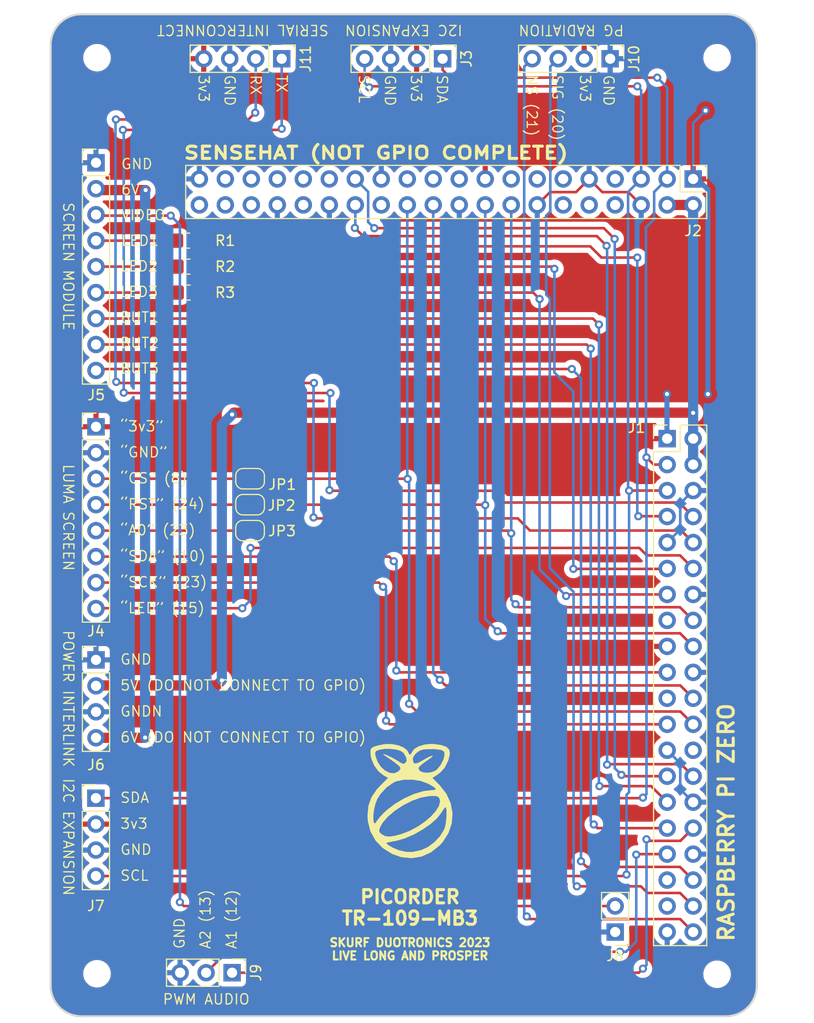
<source format=kicad_pcb>
(kicad_pcb (version 20221018) (generator pcbnew)
  (title_block (title "Picorder 1 - TR108 - Mainboard") (date "2021-02-09") (rev "1") (company "Skurf Duotronics"))
  (layers (0 "F.Cu" signal) (31 "B.Cu" signal) (34 "B.Paste" user) (35 "F.Paste" user) (36 "B.SilkS" user "B.Silkscreen") (37 "F.SilkS" user "F.Silkscreen") (38 "B.Mask" user) (39 "F.Mask" user) (44 "Edge.Cuts" user))
  (net 0 "")
  (net 1 "GND")
  (net 2 "8")
  (net 3 "25")
  (net 4 "24")
  (net 5 "5V")
  (net 6 "23")
  (net 7 "3v3")
  (net 8 "Net-(J1-GCLK0{slash}GPIO4)")
  (net 9 "TX")
  (net 10 "button2")
  (net 11 "button1")
  (net 12 "RX")
  (net 13 "Net-(J1-GPIO17)")
  (net 14 "Net-(J1-GPIO27)")
  (net 15 "LED3")
  (net 17 "LED2")
  (net 19 "LED1")
  (net 40 "button3")
  (net 41 "VIDEO")
  (net 42 "6V")
  (net 46 "SC_LED")
  (net 47 "SCL")
  (net 48 "SDA")
  (net 49 "SC_SCK")
  (net 50 "SC_SDA")
  (net 51 "SC_A0")
  (net 52 "SC_RESET")
  (net 53 "SC_CS")
  (net 54 "audio2")
  (net 55 "audio1")
  (net 56 "ID_SC")
  (net 57 "ID_SD")
  (net 58 "NS")
  (net 59 "SIG")
  (footprint "Connector_PinHeader_2.54mm:PinHeader_2x20_P2.54mm_Vertical" (layer "F.Cu") (at 160.02 86.36)
    (fp_text reference "J1")
    (fp_text value "Raspberry Pi Zero")
  )
  (footprint "Connector_PinHeader_2.54mm:PinHeader_1x02_P2.54mm_Vertical" (layer "F.Cu") (at 154.94 134.62 180)
    (fp_text reference "J8")
    (fp_text value "Composite Video")
  )
  (footprint "Resistor_SMD:R_0805_2012Metric_Pad1.20x1.40mm_HandSolder" (layer "F.Cu") (at 113.1623 69.535 180)
    (fp_text reference "R2")
    (fp_text value "R")
  )
  (footprint "Resistor_SMD:R_0805_2012Metric_Pad1.20x1.40mm_HandSolder" (layer "F.Cu") (at 113.1858 72.075 180)
    (fp_text reference "R3")
    (fp_text value "R")
  )
  (footprint "Resistor_SMD:R_0805_2012Metric_Pad1.20x1.40mm_HandSolder" (layer "F.Cu") (at 113.1242 66.995)
    (fp_text reference "R1")
    (fp_text value "R")
  )
  (footprint "Connector_PinHeader_2.54mm:PinHeader_1x04_P2.54mm_Vertical" (layer "F.Cu") (at 104.2 108)
    (fp_text reference "J6")
    (fp_text value "power connector")
  )
  (footprint "Jumper:SolderJumper-2_P1.3mm_Open_RoundedPad1.0x1.5mm" (layer "F.Cu") (at 119.25816 90.28 180)
    (fp_text reference "JP1")
    (fp_text value "SolderJumper_2_Open")
  )
  (footprint "Jumper:SolderJumper-2_P1.3mm_Open_RoundedPad1.0x1.5mm" (layer "F.Cu") (at 119.25376 95.36 180)
    (fp_text reference "JP3")
    (fp_text value "SolderJumper_2_Open")
  )
  (footprint "Jumper:SolderJumper-2_P1.3mm_Open_RoundedPad1.0x1.5mm" (layer "F.Cu") (at 119.25816 92.82 180)
    (fp_text reference "JP2")
    (fp_text value "SolderJumper_2_Open")
  )
  (footprint "Connector_PinHeader_2.54mm:PinHeader_1x09_P2.54mm_Vertical" (layer "F.Cu") (at 104.2 59.375)
    (fp_text reference "J5")
    (fp_text value "front panel connector")
  )
  (footprint "Connector_PinHeader_2.54mm:PinHeader_1x04_P2.54mm_Vertical" (layer "F.Cu") (at 104.1908 121.5263)
    (fp_text reference "J7")
    (fp_text value "i2c Expansion")
  )
  (footprint "Connector_PinHeader_2.54mm:PinHeader_1x04_P2.54mm_Vertical" (layer "F.Cu") (at 138.074238 49.2 -90)
    (fp_text reference "J3")
    (fp_text value "i2c Expansion")
  )
  (footprint "Logos:Untitled" (layer "F.Cu") (at 134.87745 121.715)
    (fp_text reference "G***" hide)
    (fp_text value "Picorder Logo" hide)
  )
  (footprint "Connector_PinHeader_2.54mm:PinHeader_1x08_P2.54mm_Vertical" (layer "F.Cu") (at 104.2 85.2)
    (fp_text reference "J4")
    (fp_text value "Conn_01x08_Female")
  )
  (footprint "Connector_PinHeader_2.54mm:PinHeader_1x03_P2.54mm_Vertical" (layer "F.Cu") (at 117.5 138.6 -90)
    (fp_text reference "J9")
    (fp_text value "Audio Out")
  )
  (footprint "Connector_PinHeader_2.54mm:PinHeader_2x20_P2.54mm_Vertical" (layer "F.Cu") (at 162.56 60.96 -90)
    (fp_text reference "J2")
    (fp_text value "Sense Hat")
  )
  (footprint "MountingHole:MountingHole_2.2mm_M2" (layer "F.Cu") (at 164.9 49.1)
    (fp_text reference "REF**" hide)
    (fp_text value "MountingHole_2.2mm_M2")
  )
  (footprint "MountingHole:MountingHole_2.2mm_M2" (layer "F.Cu") (at 104.3 49.1)
    (fp_text reference "REF**" hide)
    (fp_text value "MountingHole_2.2mm_M2")
  )
  (footprint "MountingHole:MountingHole_2.2mm_M2" (layer "F.Cu") (at 104.3 138.7)
    (fp_text reference "REF**" hide)
    (fp_text value "MountingHole_2.2mm_M2")
  )
  (footprint "MountingHole:MountingHole_2.2mm_M2" (layer "F.Cu") (at 164.9 138.75)
    (fp_text reference "REF**" hide)
    (fp_text value "MountingHole_2.2mm_M2")
  )
  (footprint "Connector_PinHeader_2.54mm:PinHeader_1x04_P2.54mm_Vertical" (layer "F.Cu") (at 154.45 49.2 -90)
    (fp_text reference "J10")
    (fp_text value "PG GPIO")
  )
  (footprint "Connector_PinHeader_2.54mm:PinHeader_1x04_P2.54mm_Vertical" (layer "F.Cu") (at 122.35 49.2 -90)
    (fp_text reference "J11")
    (fp_text value "Serial Interlink")
  )
  (gr_line (start 165.774238 44.855833) (end 102.774238 44.855833) (stroke (width 0.2)) (layer "Edge.Cuts"))
  (gr_line (start 99.774238 47.855833) (end 99.774238 139.855833) (stroke (width 0.2)) (layer "Edge.Cuts"))
  (gr_arc (start 102.774238 142.855833) (mid 100.652918 141.977153) (end 99.774238 139.855833) (stroke (width 0.2)) (layer "Edge.Cuts"))
  (gr_line (start 102.774238 142.855833) (end 165.774238 142.855833) (stroke (width 0.2)) (layer "Edge.Cuts"))
  (gr_arc (start 168.774238 139.855833) (mid 167.895558 141.977153) (end 165.774238 142.855833) (stroke (width 0.2)) (layer "Edge.Cuts"))
  (gr_arc (start 165.774238 44.855833) (mid 167.895558 45.734513) (end 168.774238 47.855833) (stroke (width 0.2)) (layer "Edge.Cuts"))
  (gr_arc (start 99.774238 47.855833) (mid 100.652918 45.734513) (end 102.774238 44.855833) (stroke (width 0.2)) (layer "Edge.Cuts"))
  (gr_line (start 168.774238 139.855833) (end 168.774238 47.855833) (stroke (width 0.2)) (layer "Edge.Cuts"))
  (gr_text "SENSEHAT (NOT GPIO COMPLETE)" (at 131.57 58.41) (layer "F.SilkS") (effects (font (size 1.2 1.5) (thickness 0.3))))
  (gr_text "RASPBERRY PI ZERO" (at 165.8 123.9 90) (layer "F.SilkS") (effects (font (size 1.5 1.5) (thickness 0.3))))
  (gr_text "GND" (at 106.58631 59.5) (layer "F.SilkS") (effects (font (size 1 1) (thickness 0.125)) (justify left)))
  (gr_text "6V" (at 106.58631 62) (layer "F.SilkS") (effects (font (size 1 1) (thickness 0.125)) (justify left)))
  (gr_text "VIDEO" (at 106.58631 64.5) (layer "F.SilkS") (effects (font (size 1 1) (thickness 0.125)) (justify left)))
  (gr_text "LED1" (at 106.58631 67) (layer "F.SilkS") (effects (font (size 1 1) (thickness 0.125)) (justify left)))
  (gr_text "LED2" (at 106.5 69.5) (layer "F.SilkS") (effects (font (size 1 1) (thickness 0.125)) (justify left)))
  (gr_text "LED3" (at 106.5 72) (layer "F.SilkS") (effects (font (size 1 1) (thickness 0.125)) (justify left)))
  (gr_text "BUT1" (at 106.5 74.5) (layer "F.SilkS") (effects (font (size 1 1) (thickness 0.125)) (justify left)))
  (gr_text "BUT2" (at 106.5 77) (layer "F.SilkS") (effects (font (size 1 1) (thickness 0.125)) (justify left)))
  (gr_text "BUT3" (at 106.5 79.5) (layer "F.SilkS") (effects (font (size 1 1) (thickness 0.125)) (justify left)))
  (gr_text "GND" (at 106.5 107.95375) (layer "F.SilkS") (effects (font (size 1 1) (thickness 0.125)) (justify left)))
  (gr_text "5V (DO NOT CONNECT TO GPIO)" (at 106.5 110.49375) (layer "F.SilkS") (effects (font (size 1 1) (thickness 0.125)) (justify left)))
  (gr_text "GNDN" (at 106.5 113.03375) (layer "F.SilkS") (effects (font (size 1 1) (thickness 0.125)) (justify left)))
  (gr_text "6V (DO NOT CONNECT TO GPIO)" (at 106.5 115.57375) (layer "F.SilkS") (effects (font (size 1 1) (thickness 0.125)) (justify left)))
  (gr_text "SDA" (at 106.5 121.48005) (layer "F.SilkS") (effects (font (size 1 1) (thickness 0.125)) (justify left)))
  (gr_text "3v3" (at 106.5 124.02005) (layer "F.SilkS") (effects (font (size 1 1) (thickness 0.125)) (justify left)))
  (gr_text "GND" (at 106.5 126.56005) (layer "F.SilkS") (effects (font (size 1 1) (thickness 0.125)) (justify left)))
  (gr_text "SCL" (at 106.5 129.10005) (layer "F.SilkS") (effects (font (size 1 1) (thickness 0.125)) (justify left)))
  (gr_text "I2C EXPANSION" (at 101.5 125.3263 -90) (layer "F.SilkS") (effects (font (size 1 1) (thickness 0.125))))
  (gr_text "SCREEN MODULE" (at 101.5 69.525 270) (layer "F.SilkS") (effects (font (size 1 1) (thickness 0.125))))
  (gr_text locked "PICORDER\nTR-109-MB3" (at 134.8875 132.23) (layer "F.SilkS") (effects (font (size 1.3 1.3) (thickness 0.3))))
  (gr_text locked "SKURF DUOTRONICS 2023\nLIVE LONG AND PROSPER" (at 134.8875 136.3) (layer "F.SilkS") (effects (font (size 0.8 0.8) (thickness 0.2))))
  (gr_text "SDA" (at 138.01995 50.7 -90) (layer "F.SilkS") (effects (font (size 1 1) (thickness 0.125)) (justify left)))
  (gr_text "3v3" (at 135.47995 50.7 -90) (layer "F.SilkS") (effects (font (size 1 1) (thickness 0.125)) (justify left)))
  (gr_text "GND" (at 132.93995 50.7 -90) (layer "F.SilkS") (effects (font (size 1 1) (thickness 0.125)) (justify left)))
  (gr_text "SCL" (at 130.39995 50.7 -90) (layer "F.SilkS") (effects (font (size 1 1) (thickness 0.125)) (justify left)))
  (gr_text "I2C EXPANSION" (at 134.274238 46.4 180) (layer "F.SilkS") (effects (font (size 1 1) (thickness 0.125))))
  (gr_text "“LED” (15)" (at 106.5 102.93375) (layer "F.SilkS") (effects (font (size 1 1) (thickness 0.125)) (justify left)))
  (gr_text "“SCK” (23)" (at 106.5 100.39375) (layer "F.SilkS") (effects (font (size 1 1) (thickness 0.125)) (justify left)))
  (gr_text "“SDA” (10)" (at 106.5 97.85375) (layer "F.SilkS") (effects (font (size 1 1) (thickness 0.125)) (justify left)))
  (gr_text "“A0” (23)\n" (at 106.5 95.31375) (layer "F.SilkS") (effects (font (size 1 1) (thickness 0.125)) (justify left)))
  (gr_text "“RST” (24)" (at 106.5 92.77375) (layer "F.SilkS") (effects (font (size 1 1) (thickness 0.125)) (justify left)))
  (gr_text "“CS” (8)" (at 106.5 90.23375) (layer "F.SilkS") (effects (font (size 1 1) (thickness 0.125)) (justify left)))
  (gr_text "“GND”" (at 106.5 87.69375) (layer "F.SilkS") (effects (font (size 1 1) (thickness 0.125)) (justify left)))
  (gr_text "“3v3”\n" (at 106.5 85.15375) (layer "F.SilkS") (effects (font (size 1 1) (thickness 0.125)) (justify left)))
  (gr_text "LUMA SCREEN" (at 101.5 94.075 -90) (layer "F.SilkS") (effects (font (size 1 1) (thickness 0.125))))
  (gr_text "POWER INTERLINK" (at 101.5 111.8 -90) (layer "F.SilkS") (effects (font (size 1 1) (thickness 0.125))))
  (gr_text "PWM AUDIO" (at 114.975 141.2) (layer "F.SilkS") (effects (font (size 1 1) (thickness 0.125))))
  (gr_text "GND" (at 112.35875 136.35 90) (layer "F.SilkS") (effects (font (size 1 1) (thickness 0.125)) (justify left)))
  (gr_text "A2 (13)" (at 114.89875 136.35 90) (layer "F.SilkS") (effects (font (size 1 1) (thickness 0.125)) (justify left)))
  (gr_text "A1 (12)" (at 117.43875 136.35 90) (layer "F.SilkS") (effects (font (size 1 1) (thickness 0.125)) (justify left)))
  (gr_text "PG RADIATION" (at 150.65 46.4 180) (layer "F.SilkS") (effects (font (size 1 1) (thickness 0.125))))
  (gr_text "NS (21)" (at 146.8 50.7 -90) (layer "F.SilkS") (effects (font (size 1 1) (thickness 0.125)) (justify left)))
  (gr_text "SIG (20)\n" (at 149.3 50.7 -90) (layer "F.SilkS") (effects (font (size 1 1) (thickness 0.125)) (justify left)))
  (gr_text "3v3" (at 152 50.7 -90) (layer "F.SilkS") (effects (font (size 1 1) (thickness 0.125)) (justify left)))
  (gr_text "GND\n" (at 154.3 50.7 -90) (layer "F.SilkS") (effects (font (size 1 1) (thickness 0.125)) (justify left)))
  (gr_text "3v3" (at 114.73 50.7 270) (layer "F.SilkS") (effects (font (size 1 1) (thickness 0.125)) (justify left)))
  (gr_text "TX" (at 122.35 50.7 270) (layer "F.SilkS") (effects (font (size 1 1) (thickness 0.125)) (justify left)))
  (gr_text "SERIAL INTERCONNECT" (at 118.55 46.4 180) (layer "F.SilkS") (effects (font (size 1 1) (thickness 0.125))))
  (gr_text "RX" (at 119.81 50.7 270) (layer "F.SilkS") (effects (font (size 1 1) (thickness 0.125)) (justify left)))
  (gr_text "GND" (at 117.27 50.7 270) (layer "F.SilkS") (effects (font (size 1 1) (thickness 0.125)) (justify left)))
  (segment (start 153.69 62.25) (end 152.4 60.96) (width 0.25) (layer "F.Cu") (net 1))
  (segment (start 157.48 63.5) (end 156.23 62.25) (width 0.25) (layer "F.Cu") (net 1))
  (segment (start 156.23 62.25) (end 153.69 62.25) (width 0.25) (layer "F.Cu") (net 1))
  (segment (start 148.57 62.25) (end 147.32 63.5) (width 0.25) (layer "F.Cu") (net 1))
  (segment (start 152.4 60.96) (end 151.11 62.25) (width 0.25) (layer "F.Cu") (net 1))
  (segment (start 151.11 62.25) (end 148.57 62.25) (width 0.25) (layer "F.Cu") (net 1))
  (segment (start 162.56 121.92) (end 161.3 120.66) (width 0.25) (layer "B.Cu") (net 1))
  (segment (start 161.3 120.66) (end 161.3 118.12) (width 0.25) (layer "B.Cu") (net 1))
  (segment (start 160.02 96.52) (end 161.3 95.24) (width 0.25) (layer "B.Cu") (net 1))
  (segment (start 161.3 92.7) (end 162.56 91.44) (width 0.25) (layer "B.Cu") (net 1))
  (segment (start 161.3 118.12) (end 160.02 116.84) (width 0.25) (layer "B.Cu") (net 1))
  (segment (start 161.3 95.24) (end 161.3 92.7) (width 0.25) (layer "B.Cu") (net 1))
  (segment (start 119.90816 90.28) (end 134.63 90.28) (width 0.25) (layer "F.Cu") (net 2))
  (segment (start 161.31 113.05) (end 162.56 114.3) (width 0.25) (layer "F.Cu") (net 2))
  (segment (start 134.63 90.28) (end 134.65 90.3) (width 0.25) (layer "F.Cu") (net 2))
  (segment (start 135.55 113.05) (end 161.31 113.05) (width 0.25) (layer "F.Cu") (net 2))
  (segment (start 134.8 112.3) (end 135.55 113.05) (width 0.25) (layer "F.Cu") (net 2))
  (via (at 134.65 90.3) (size 0.8) (drill 0.4) (layers "F.Cu" "B.Cu") (net 2))
  (via (at 134.8 112.3) (size 0.8) (drill 0.4) (layers "F.Cu" "B.Cu") (net 2))
  (segment (start 134.62 90.27) (end 134.65 90.3) (width 0.25) (layer "B.Cu") (net 2))
  (segment (start 134.8 112.3) (end 134.8 90.45) (width 0.25) (layer "B.Cu") (net 2))
  (segment (start 134.8 90.45) (end 134.65 90.3) (width 0.25) (layer "B.Cu") (net 2))
  (segment (start 134.62 63.5) (end 134.62 90.27) (width 0.25) (layer "B.Cu") (net 2))
  (segment (start 161.3 110.5) (end 162.56 111.76) (width 0.25) (layer "F.Cu") (net 3))
  (segment (start 137.8 109.95) (end 138.35 110.5) (width 0.25) (layer "F.Cu") (net 3))
  (segment (start 138.35 110.5) (end 161.3 110.5) (width 0.25) (layer "F.Cu") (net 3))
  (via (at 137.8 109.95) (size 0.8) (drill 0.4) (layers "F.Cu" "B.Cu") (net 3))
  (segment (start 137.16 109.31) (end 137.8 109.95) (width 0.25) (layer "B.Cu") (net 3))
  (segment (start 137.16 63.5) (end 137.16 109.31) (width 0.25) (layer "B.Cu") (net 3))
  (segment (start 119.90816 92.82) (end 142.2 92.82) (width 0.25) (layer "F.Cu") (net 4))
  (segment (start 143.65 105.4) (end 161.28 105.4) (width 0.25) (layer "F.Cu") (net 4))
  (segment (start 162.56 106.68) (end 162.58 106.7) (width 0.25) (layer "F.Cu") (net 4))
  (segment (start 142.2 92.82) (end 142.24 92.86) (width 0.25) (layer "F.Cu") (net 4))
  (segment (start 161.28 105.4) (end 162.56 106.68) (width 0.25) (layer "F.Cu") (net 4))
  (segment (start 119.92816 92.87188) (end 119.90816 92.89188) (width 0.25) (layer "F.Cu") (net 4))
  (segment (start 143.45 105.2) (end 143.65 105.4) (width 0.25) (layer "F.Cu") (net 4))
  (via (at 142.24 92.86) (size 0.8) (drill 0.4) (layers "F.Cu" "B.Cu") (net 4))
  (via (at 143.45 105.2) (size 0.8) (drill 0.4) (layers "F.Cu" "B.Cu") (net 4))
  (segment (start 142.24 92.86) (end 142.24 103.99) (width 0.25) (layer "B.Cu") (net 4))
  (segment (start 142.24 63.5) (end 142.24 92.86) (width 0.25) (layer "B.Cu") (net 4))
  (segment (start 142.24 103.99) (end 143.45 105.2) (width 0.25) (layer "B.Cu") (net 4))
  (segment (start 148.68 83.82) (end 128.53 83.82) (width 1) (layer "F.Cu") (net 5))
  (segment (start 104.385 110.5) (end 104.2 110.315) (width 1) (layer "F.Cu") (net 5))
  (segment (start 117.68 83.82) (end 117.5 84) (width 1) (layer "F.Cu") (net 5))
  (segment (start 128.53 83.82) (end 117.68 83.82) (width 1) (layer "F.Cu") (net 5))
  (segment (start 161.29 83.82) (end 162.54 83.82) (width 1) (layer "F.Cu") (net 5))
  (segment (start 161.29 83.82) (end 148.68 83.82) (width 1) (layer "F.Cu") (net 5))
  (segment (start 116.5 110) (end 116 110.5) (width 1) (layer "F.Cu") (net 5))
  (segment (start 116 110.5) (end 104.385 110.5) (width 1) (layer "F.Cu") (net 5))
  (segment (start 162.56 63.5) (end 160.02 63.5) (width 1) (layer "F.Cu") (net 5))
  (segment (start 162.54 83.82) (end 162.56 83.84) (width 0.5) (layer "F.Cu") (net 5))
  (via (at 162.56 83.84) (size 0.8) (drill 0.4) (layers "F.Cu" "B.Cu") (net 5))
  (via (at 117.5 84) (size 0.8) (drill 0.4) (layers "F.Cu" "B.Cu") (net 5))
  (via (at 116.5 110) (size 0.8) (drill 0.4) (layers "F.Cu" "B.Cu") (net 5))
  (segment (start 117.5 84) (end 116.5 85) (width 1) (layer "B.Cu") (net 5))
  (segment (start 116.5 85) (end 116.5 110) (width 1) (layer "B.Cu") (net 5))
  (segment (start 162.56 86.36) (end 162.56 83.84) (width 1) (layer "B.Cu") (net 5))
  (segment (start 162.56 83.84) (end 162.56 63.5) (width 1) (layer "B.Cu") (net 5))
  (segment (start 162.56 86.36) (end 162.56 88.9) (width 1) (layer "B.Cu") (net 5))
  (segment (start 162.56 86.36) (end 162.56 85.09) (width 1) (layer "B.Cu") (net 5))
  (segment (start 144.52 95.36) (end 144.78 95.62) (width 0.25) (layer "F.Cu") (net 6))
  (segment (start 145.2 102.55) (end 145.5 102.85) (width 0.25) (layer "F.Cu") (net 6))
  (segment (start 120.01816 95.32188) (end 119.90816 95.43188) (width 0.25) (layer "F.Cu") (net 6))
  (segment (start 119.90376 95.36) (end 144.52 95.36) (width 0.25) (layer "F.Cu") (net 6))
  (segment (start 161.27 102.85) (end 162.56 104.14) (width 0.25) (layer "F.Cu") (net 6))
  (segment (start 145.5 102.85) (end 161.27 102.85) (width 0.25) (layer "F.Cu") (net 6))
  (via (at 144.78 95.62) (size 0.8) (drill 0.4) (layers "F.Cu" "B.Cu") (net 6))
  (via (at 145.2 102.55) (size 0.8) (drill 0.4) (layers "F.Cu" "B.Cu") (net 6))
  (segment (start 144.78 95.62) (end 144.78 102.13) (width 0.25) (layer "B.Cu") (net 6))
  (segment (start 144.78 102.13) (end 145.2 102.55) (width 0.25) (layer "B.Cu") (net 6))
  (segment (start 144.78 63.5) (end 144.78 95.62) (width 0.25) (layer "B.Cu") (net 6))
  (segment (start 164 82) (end 160 82) (width 0.5) (layer "F.Cu") (net 7))
  (via (at 164 82) (size 0.8) (drill 0.4) (layers "F.Cu" "B.Cu") (net 7))
  (via (at 163.775 54.275) (size 0.8) (drill 0.4) (layers "F.Cu" "B.Cu") (net 7))
  (via (at 160 82) (size 0.8) (drill 0.4) (layers "F.Cu" "B.Cu") (net 7))
  (segment (start 162.56 55.49) (end 163.775 54.275) (width 0.25) (layer "B.Cu") (net 7))
  (segment (start 164 62) (end 164 82) (width 0.5) (layer "B.Cu") (net 7))
  (segment (start 160 86.34) (end 160.02 86.36) (width 0.5) (layer "B.Cu") (net 7))
  (segment (start 160 82) (end 160 86.34) (width 0.5) (layer "B.Cu") (net 7))
  (segment (start 162.96 60.96) (end 164 62) (width 0.5) (layer "B.Cu") (net 7))
  (segment (start 162.56 60.96) (end 162.56 55.49) (width 0.25) (layer "B.Cu") (net 7))
  (segment (start 162.56 60.96) (end 162.96 60.96) (width 0.5) (layer "B.Cu") (net 7))
  (segment (start 128.795 66.995) (end 129.35 67.55) (width 0.25) (layer "F.Cu") (net 8))
  (segment (start 159.99 93.95) (end 160.02 93.98) (width 0.25) (layer "F.Cu") (net 8))
  (segment (start 153.6 68.65) (end 157.1 68.65) (width 0.25) (layer "F.Cu") (net 8))
  (segment (start 114.1242 66.995) (end 128.795 66.995) (width 0.25) (layer "F.Cu") (net 8))
  (segment (start 157.2 93.95) (end 159.99 93.95) (width 0.25) (layer "F.Cu") (net 8))
  (segment (start 129.35 67.55) (end 152.5 67.55) (width 0.25) (layer "F.Cu") (net 8))
  (segment (start 152.5 67.55) (end 153.6 68.65) (width 0.25) (layer "F.Cu") (net 8))
  (via (at 157.2 93.95) (size 0.8) (drill 0.4) (layers "F.Cu" "B.Cu") (net 8))
  (via (at 157.1 68.65) (size 0.8) (drill 0.4) (layers "F.Cu" "B.Cu") (net 8))
  (segment (start 157.1 68.65) (end 157.1 93.85) (width 0.25) (layer "B.Cu") (net 8))
  (segment (start 157.1 93.85) (end 157.2 93.95) (width 0.25) (layer "B.Cu") (net 8))
  (segment (start 127.08 91.46) (end 127.02 91.4) (width 0.25) (layer "F.Cu") (net 9))
  (segment (start 144.100344 92.610344) (end 142.95 91.46) (width 0.25) (layer "F.Cu") (net 9))
  (segment (start 142.95 91.46) (end 127.08 91.46) (width 0.25) (layer "F.Cu") (net 9))
  (segment (start 161.190344 92.610344) (end 144.100344 92.610344) (width 0.25) (layer "F.Cu") (net 9))
  (segment (start 106.83 56.16) (end 122.25 56.16) (width 0.25) (layer "F.Cu") (net 9))
  (segment (start 127.11 81.9) (end 106.94 81.9) (width 0.25) (layer "F.Cu") (net 9))
  (segment (start 162.56 93.98) (end 161.190344 92.610344) (width 0.25) (layer "F.Cu") (net 9))
  (segment (start 122.25 56.16) (end 122.36 56.05) (width 0.25) (layer "F.Cu") (net 9))
  (segment (start 106.94 81.9) (end 106.91 81.87) (width 0.25) (layer "F.Cu") (net 9))
  (via (at 127.11 81.9) (size 0.8) (drill 0.4) (layers "F.Cu" "B.Cu") (net 9))
  (via (at 122.35 56.05) (size 0.8) (drill 0.4) (layers "F.Cu" "B.Cu") (net 9))
  (via (at 106.91 81.87) (size 0.8) (drill 0.4) (layers "F.Cu" "B.Cu") (net 9))
  (via (at 106.83 56.16) (size 0.8) (drill 0.4) (layers "F.Cu" "B.Cu") (net 9))
  (via (at 127.02 91.4) (size 0.8) (drill 0.4) (layers "F.Cu" "B.Cu") (net 9))
  (segment (start 122.36 56.05) (end 122.35 56.04) (width 0.25) (layer "B.Cu") (net 9))
  (segment (start 127.02 91.4) (end 127.02 81.99) (width 0.25) (layer "B.Cu") (net 9))
  (segment (start 127.02 81.99) (end 127.11 81.9) (width 0.25) (layer "B.Cu") (net 9))
  (segment (start 122.35 56.04) (end 122.35 49.2) (width 0.25) (layer "B.Cu") (net 9))
  (segment (start 122.36 56.05) (end 122.28 55.97) (width 0.25) (layer "B.Cu") (net 9))
  (segment (start 106.91 56.24) (end 106.83 56.16) (width 0.25) (layer "B.Cu") (net 9))
  (segment (start 106.91 81.87) (end 106.91 56.24) (width 0.25) (layer "B.Cu") (net 9))
  (segment (start 160.02 124.46) (end 153.21 124.46) (width 0.25) (layer "F.Cu") (net 10))
  (segment (start 104.355 77) (end 104.2 77.155) (width 0.25) (layer "F.Cu") (net 10))
  (segment (start 152.155 77.155) (end 152.55 77.55) (width 0.25) (layer "F.Cu") (net 10))
  (segment (start 153.21 124.46) (end 152.85 124.1) (width 0.25) (layer "F.Cu") (net 10))
  (segment (start 104.2 77.155) (end 152.155 77.155) (width 0.25) (layer "F.Cu") (net 10))
  (via (at 152.85 124.1) (size 0.8) (drill 0.4) (layers "F.Cu" "B.Cu") (net 10))
  (via (at 152.55 77.55) (size 0.8) (drill 0.4) (layers "F.Cu" "B.Cu") (net 10))
  (segment (start 152.55 123.8) (end 152.85 124.1) (width 0.25) (layer "B.Cu") (net 10))
  (segment (start 152.55 77.55) (end 152.55 123.8) (width 0.25) (layer "B.Cu") (net 10))
  (segment (start 152.765 74.615) (end 153.35 75.2) (width 0.25) (layer "F.Cu") (net 11))
  (segment (start 158.45 120.35) (end 160.02 121.92) (width 0.25) (layer "F.Cu") (net 11))
  (segment (start 153.4 120.35) (end 158.45 120.35) (width 0.25) (layer "F.Cu") (net 11))
  (segment (start 104.2 74.615) (end 152.765 74.615) (width 0.25) (layer "F.Cu") (net 11))
  (via (at 153.35 75.2) (size 0.8) (drill 0.4) (layers "F.Cu" "B.Cu") (net 11))
  (via (at 153.4 120.35) (size 0.8) (drill 0.4) (layers "F.Cu" "B.Cu") (net 11))
  (segment (start 153.35 120.3) (end 153.4 120.35) (width 0.25) (layer "B.Cu") (net 11))
  (segment (start 153.35 75.2) (end 153.35 120.3) (width 0.25) (layer "B.Cu") (net 11))
  (segment (start 106.2955 80.92) (end 106.1855 80.81) (width 0.25) (layer "F.Cu") (net 12))
  (segment (start 161.389656 95.349656) (end 146.609656 95.349656) (width 0.25) (layer "F.Cu") (net 12))
  (segment (start 146.609656 95.349656) (end 145.42 94.16) (width 0.25) (layer "F.Cu") (net 12))
  (segment (start 145.42 94.16) (end 125.55 94.16) (width 0.25) (layer "F.Cu") (net 12))
  (segment (start 162.56 96.52) (end 161.389656 95.349656) (width 0.25) (layer "F.Cu") (net 12))
  (segment (start 125.5 80.92) (end 106.2955 80.92) (width 0.25) (layer "F.Cu") (net 12))
  (segment (start 106.15 55.14) (end 119.1 55.14) (width 0.25) (layer "F.Cu") (net 12))
  (segment (start 125.55 94.16) (end 125.46 94.07) (width 0.25) (layer "F.Cu") (net 12))
  (segment (start 119.1 55.14) (end 119.76 54.48) (width 0.25) (layer "F.Cu") (net 12))
  (via (at 119.76 54.48) (size 0.8) (drill 0.4) (layers "F.Cu" "B.Cu") (net 12))
  (via (at 106.15 55.14) (size 0.8) (drill 0.4) (layers "F.Cu" "B.Cu") (net 12))
  (via (at 106.1855 80.81) (size 0.8) (drill 0.4) (layers "F.Cu" "B.Cu") (net 12))
  (via (at 125.46 94.07) (size 0.8) (drill 0.4) (layers "F.Cu" "B.Cu") (net 12))
  (via (at 125.5 80.92) (size 0.8) (drill 0.4) (layers "F.Cu" "B.Cu") (net 12))
  (segment (start 119.81 54.43) (end 119.81 49.2) (width 0.25) (layer "B.Cu") (net 12))
  (segment (start 119.76 54.48) (end 119.81 54.43) (width 0.25) (layer "B.Cu") (net 12))
  (segment (start 106.105 55.185) (end 106.15 55.14) (width 0.25) (layer "B.Cu") (net 12))
  (segment (start 125.46 94.07) (end 125.46 80.96) (width 0.25) (layer "B.Cu") (net 12))
  (segment (start 106.1855 80.81) (end 106.105 80.7295) (width 0.25) (layer "B.Cu") (net 12))
  (segment (start 125.46 80.96) (end 125.5 80.92) (width 0.25) (layer "B.Cu") (net 12))
  (segment (start 119.76 54.48) (end 119.74 54.46) (width 0.25) (layer "B.Cu") (net 12))
  (segment (start 106.105 80.7295) (end 106.105 55.185) (width 0.25) (layer "B.Cu") (net 12))
  (segment (start 114.1623 69.535) (end 148.785 69.535) (width 0.25) (layer "F.Cu") (net 13))
  (segment (start 159.98 99.1) (end 160.02 99.06) (width 0.25) (layer "F.Cu") (net 13))
  (segment (start 150.85 99.1) (end 159.98 99.1) (width 0.25) (layer "F.Cu") (net 13))
  (segment (start 148.785 69.535) (end 149 69.75) (width 0.25) (layer "F.Cu") (net 13))
  (via (at 149 69.75) (size 0.8) (drill 0.4) (layers "F.Cu" "B.Cu") (net 13))
  (via (at 150.85 99.1) (size 0.8) (drill 0.4) (layers "F.Cu" "B.Cu") (net 13))
  (segment (start 150.85 81.75) (end 150.85 99.1) (width 0.25) (layer "B.Cu") (net 13))
  (segment (start 149 69.75) (end 149 79.9) (width 0.25) (layer "B.Cu") (net 13))
  (segment (start 149 79.9) (end 150.85 81.75) (width 0.25) (layer "B.Cu") (net 13))
  (segment (start 114.1002 72.06) (end 114.0748 72.0854) (width 0.25) (layer "F.Cu") (net 14))
  (segment (start 146.925 72.075) (end 147.55 72.7) (width 0.25) (layer "F.Cu") (net 14))
  (segment (start 150.299989 101.6) (end 150.149989 101.75) (width 0.25) (layer "F.Cu") (net 14))
  (segment (start 114.1858 72.075) (end 146.925 72.075) (width 0.25) (layer "F.Cu") (net 14))
  (segment (start 160.0073 101.5873) (end 160.02 101.6) (width 0.25) (layer "F.Cu") (net 14))
  (segment (start 160.02 101.6) (end 150.299989 101.6) (width 0.25) (layer "F.Cu") (net 14))
  (via (at 147.55 72.7) (size 0.8) (drill 0.4) (layers "F.Cu" "B.Cu") (net 14))
  (via (at 150.149989 101.75) (size 0.8) (drill 0.4) (layers "F.Cu" "B.Cu") (net 14))
  (segment (start 147.55 99.150011) (end 150.149989 101.75) (width 0.25) (layer "B.Cu") (net 14))
  (segment (start 147.55 72.7) (end 147.55 99.150011) (width 0.25) (layer "B.Cu") (net 14))
  (segment (start 112.1858 72.075) (end 104.2 72.075) (width 0.25) (layer "F.Cu") (net 15))
  (segment (start 104.235 69.5) (end 104.2 69.535) (width 0.25) (layer "F.Cu") (net 17))
  (segment (start 112.1623 69.535) (end 104.2 69.535) (width 0.25) (layer "F.Cu") (net 17))
  (segment (start 112.1242 66.995) (end 104.2 66.995) (width 0.25) (layer "F.Cu") (net 19))
  (segment (start 104.345 79.55) (end 104.2 79.695) (width 0.25) (layer "F.Cu") (net 40))
  (segment (start 162.56 129.54) (end 161.27 128.25) (width 0.25) (layer "F.Cu") (net 40))
  (segment (start 152.15 128.25) (end 151.6 127.7) (width 0.25) (layer "F.Cu") (net 40))
  (segment (start 104.395 79.5) (end 104.2 79.695) (width 0.25) (layer "F.Cu") (net 40))
  (segment (start 150.7 79.55) (end 104.345 79.55) (width 0.25) (layer "F.Cu") (net 40))
  (segment (start 161.27 128.25) (end 152.15 128.25) (width 0.25) (layer "F.Cu") (net 40))
  (via (at 151.6 127.7) (size 0.8) (drill 0.4) (layers "F.Cu" "B.Cu") (net 40))
  (via (at 150.7 79.55) (size 0.8) (drill 0.4) (layers "F.Cu" "B.Cu") (net 40))
  (segment (start 151.6 127.7) (end 151.6 80.45) (width 0.25) (layer "B.Cu") (net 40))
  (segment (start 151.6 80.45) (end 150.7 79.55) (width 0.25) (layer "B.Cu") (net 40))
  (segment (start 154.94 132.08) (end 112.78 132.08) (width 0.25) (layer "F.Cu") (net 41))
  (segment (start 112.78 132.08) (end 112.4 131.7) (width 0.25) (layer "F.Cu") (net 41))
  (segment (start 111.5 64.55) (end 104.295 64.55) (width 0.25) (layer "F.Cu") (net 41))
  (segment (start 104.295 64.55) (end 104.2 64.455) (width 0.25) (layer "F.Cu") (net 41))
  (via (at 112.4 131.7) (size 0.8) (drill 0.4) (layers "F.Cu" "B.Cu") (net 41))
  (via (at 111.5 64.55) (size 0.8) (drill 0.4) (layers "F.Cu" "B.Cu") (net 41))
  (segment (start 112.4 65.45) (end 112.4 131.7) (width 0.25) (layer "B.Cu") (net 41))
  (segment (start 111.5 64.55) (end 112.4 65.45) (width 0.25) (layer "B.Cu") (net 41))
  (segment (start 104.2 115.62) (end 108.98 115.62) (width 1) (layer "F.Cu") (net 42))
  (segment (start 104.335 62.05) (end 104.2 61.915) (width 0.5) (layer "F.Cu") (net 42))
  (segment (start 109.05 62.05) (end 104.335 62.05) (width 1) (layer "F.Cu") (net 42))
  (segment (start 108.98 115.62) (end 109 115.6) (width 0.5) (layer "F.Cu") (net 42))
  (via (at 109 115.6) (size 0.8) (drill 0.4) (layers "F.Cu" "B.Cu") (net 42))
  (via (at 109.05 62.05) (size 0.8) (drill 0.4) (layers "F.Cu" "B.Cu") (net 42))
  (segment (start 109 115.6) (end 109 62.1) (width 1) (layer "B.Cu") (net 42))
  (segment (start 109 62.1) (end 109.05 62.05) (width 0.5) (layer "B.Cu") (net 42))
  (segment (start 104.2 115.62) (end 104.38 115.8) (width 1) (layer "B.Cu") (net 42))
  (segment (start 157.3 97.05) (end 158.03 97.78) (width 0.25) (layer "F.Cu") (net 46))
  (segment (start 118.5 102.95) (end 104.23 102.95) (width 0.25) (layer "F.Cu") (net 46))
  (segment (start 119.3 97.05) (end 157.3 97.05) (width 0.25) (layer "F.Cu") (net 46))
  (segment (start 104.23 102.95) (end 104.2 102.98) (width 0.25) (layer "F.Cu") (net 46))
  (segment (start 158.03 97.78) (end 161.28 97.78) (width 0.25) (layer "F.Cu") (net 46))
  (segment (start 161.28 97.78) (end 162.56 99.06) (width 0.25) (layer "F.Cu") (net 46))
  (via (at 118.5 102.95) (size 0.8) (drill 0.4) (layers "F.Cu" "B.Cu") (net 46))
  (via (at 119.3 97.05) (size 0.8) (drill 0.4) (layers "F.Cu" "B.Cu") (net 46))
  (segment (start 104.2 102.98) (end 104.205 102.975) (width 0.25) (layer "B.Cu") (net 46))
  (segment (start 119.3 97.05) (end 119.3 102.15) (width 0.25) (layer "B.Cu") (net 46))
  (segment (start 119.3 102.15) (end 118.5 102.95) (width 0.25) (layer "B.Cu") (net 46))
  (segment (start 104.1908 129.1463) (end 155.9037 129.1463) (width 0.25) (layer "F.Cu") (net 47))
  (segment (start 157.1 51.9) (end 131 51.9) (width 0.25) (layer "F.Cu") (net 47))
  (segment (start 160.02 91.44) (end 156.310002 91.44) (width 0.25) (layer "F.Cu") (net 47))
  (segment (start 155.9037 129.1463) (end 156.05 129) (width 0.25) (layer "F.Cu") (net 47))
  (segment (start 156.310002 91.44) (end 156.3 91.450002) (width 0.25) (layer "F.Cu") (net 47))
  (segment (start 131 51.9) (end 130.9 52) (width 0.25) (layer "F.Cu") (net 47))
  (via (at 130.9 52) (size 0.8) (drill 0.4) (layers "F.Cu" "B.Cu") (net 47))
  (via (at 156.05 129) (size 0.8) (drill 0.4) (layers "F.Cu" "B.Cu") (net 47))
  (via (at 157.1 51.9) (size 0.8) (drill 0.4) (layers "F.Cu" "B.Cu") (net 47))
  (via (at 156.3 91.450002) (size 0.8) (drill 0.4) (layers "F.Cu" "B.Cu") (net 47))
  (segment (start 156.2 91.350002) (end 156.3 91.450002) (width 0.25) (layer "B.Cu") (net 47))
  (segment (start 156.3 120.95) (end 156.3 91.450002) (width 0.25) (layer "B.Cu") (net 47))
  (segment (start 157.48 52.28) (end 157.1 51.9) (width 0.25) (layer "B.Cu") (net 47))
  (segment (start 156.05 129) (end 156.05 121.2) (width 0.25) (layer "B.Cu") (net 47))
  (segment (start 130.454238 51.554238) (end 130.9 52) (width 0.25) (layer "B.Cu") (net 47))
  (segment (start 156.2 62.24) (end 156.2 91.350002) (width 0.25) (layer "B.Cu") (net 47))
  (segment (start 157.48 60.96) (end 157.48 52.28) (width 0.25) (layer "B.Cu") (net 47))
  (segment (start 157.48 60.96) (end 156.2 62.24) (width 0.25) (layer "B.Cu") (net 47))
  (segment (start 156.05 121.2) (end 156.3 120.95) (width 0.25) (layer "B.Cu") (net 47))
  (segment (start 130.454238 49.2) (end 130.454238 51.554238) (width 0.25) (layer "B.Cu") (net 47))
  (segment (start 158.7 88.9) (end 158 88.2) (width 0.25) (layer "F.Cu") (net 48))
  (segment (start 138.074238 49.2) (end 138.074238 50.3) (width 0.25) (layer "F.Cu") (net 48))
  (segment (start 160.02 88.9) (end 158.7 88.9) (width 0.25) (layer "F.Cu") (net 48))
  (segment (start 138.824238 51.05) (end 159.05 51.05) (width 0.25) (layer "F.Cu") (net 48))
  (segment (start 157.598702 121.5263) (end 157.65 121.475002) (width 0.25) (layer "F.Cu") (net 48))
  (segment (start 104.1908 121.5263) (end 157.598702 121.5263) (width 0.25) (layer "F.Cu") (net 48))
  (segment (start 138.074238 50.3) (end 138.824238 51.05) (width 0.25) (layer "F.Cu") (net 48))
  (via (at 159.05 51.05) (size 0.8) (drill 0.4) (layers "F.Cu" "B.Cu") (net 48))
  (via (at 158 88.2) (size 0.8) (drill 0.4) (layers "F.Cu" "B.Cu") (net 48))
  (via (at 157.65 121.475002) (size 0.8) (drill 0.4) (layers "F.Cu" "B.Cu") (net 48))
  (segment (start 158.75 64.9) (end 158.75 62.23) (width 0.25) (layer "B.Cu") (net 48))
  (segment (start 157.95 65.7) (end 158.75 64.9) (width 0.25) (layer "B.Cu") (net 48))
  (segment (start 157.95 88.15) (end 157.95 65.7) (width 0.25) (layer "B.Cu") (net 48))
  (segment (start 158 121.125002) (end 157.65 121.475002) (width 0.25) (layer "B.Cu") (net 48))
  (segment (start 160.02 52.02) (end 159.05 51.05) (width 0.25) (layer "B.Cu") (net 48))
  (segment (start 160.02 60.96) (end 160.02 52.02) (width 0.25) (layer "B.Cu") (net 48))
  (segment (start 158.75 62.23) (end 160.02 60.96) (width 0.25) (layer "B.Cu") (net 48))
  (segment (start 158 88.2) (end 157.95 88.15) (width 0.25) (layer "B.Cu") (net 48))
  (segment (start 158 88.2) (end 158 121.125002) (width 0.25) (layer "B.Cu") (net 48))
  (segment (start 160.02 114.3) (end 132.9 114.3) (width 0.25) (layer "F.Cu") (net 49))
  (segment (start 104.2 100.44) (end 131.84 100.44) (width 0.25) (layer "F.Cu") (net 49))
  (segment (start 132.9 114.3) (end 132.55 113.95) (width 0.25) (layer "F.Cu") (net 49))
  (segment (start 131.84 100.44) (end 132.25 100.85) (width 0.25) (layer "F.Cu") (net 49))
  (via (at 132.25 100.85) (size 0.8) (drill 0.4) (layers "F.Cu" "B.Cu") (net 49))
  (via (at 132.55 113.95) (size 0.8) (drill 0.4) (layers "F.Cu" "B.Cu") (net 49))
  (segment (start 132.55 101.15) (end 132.25 100.85) (width 0.25) (layer "B.Cu") (net 49))
  (segment (start 132.55 113.95) (end 132.55 101.15) (width 0.25) (layer "B.Cu") (net 49))
  (segment (start 160 109.2) (end 160.02 109.22) (width 0.25) (layer "F.Cu") (net 50))
  (segment (start 133.72 109.22) (end 133.55 109.05) (width 0.25) (layer "F.Cu") (net 50))
  (segment (start 104.2 97.9) (end 132.85 97.9) (width 0.25) (layer "F.Cu") (net 50))
  (segment (start 132.85 97.9) (end 133.3 98.35) (width 0.25) (layer "F.Cu") (net 50))
  (segment (start 160.02 109.22) (end 133.72 109.22) (width 0.25) (layer "F.Cu") (net 50))
  (via (at 133.55 109.05) (size 0.8) (drill 0.4) (layers "F.Cu" "B.Cu") (net 50))
  (via (at 133.3 98.35) (size 0.8) (drill 0.4) (layers "F.Cu" "B.Cu") (net 50))
  (segment (start 133.55 98.6) (end 133.3 98.35) (width 0.25) (layer "B.Cu") (net 50))
  (segment (start 133.55 109.05) (end 133.55 98.6) (width 0.25) (layer "B.Cu") (net 50))
  (segment (start 118.60376 95.36) (end 104.2 95.36) (width 0.25) (layer "F.Cu") (net 51))
  (segment (start 118.60816 92.82) (end 104.2 92.82) (width 0.25) (layer "F.Cu") (net 52))
  (segment (start 118.60816 90.28) (end 104.2 90.28) (width 0.25) (layer "F.Cu") (net 53))
  (segment (start 114.96 138.6) (end 117.01 136.55) (width 0.25) (layer "F.Cu") (net 54))
  (segment (start 160.02 127) (end 157.05 127) (width 0.25) (layer "F.Cu") (net 54))
  (segment (start 157.05 127) (end 157 127.05) (width 0.25) (layer "F.Cu") (net 54))
  (segment (start 117.01 136.55) (end 155.4 136.55) (width 0.25) (layer "F.Cu") (net 54))
  (via (at 155.4 136.55) (size 0.8) (drill 0.4) (layers "F.Cu" "B.Cu") (net 54))
  (via (at 157 127.05) (size 0.8) (drill 0.4) (layers "F.Cu" "B.Cu") (net 54))
  (segment (start 156 136.55) (end 155.4 136.55) (width 0.25) (layer "B.Cu") (net 54))
  (segment (start 157 127.05) (end 157 135.55) (width 0.25) (layer "B.Cu") (net 54))
  (segment (start 157 135.55) (end 156 136.55) (width 0.25) (layer "B.Cu") (net 54))
  (segment (start 158.15 125.7) (end 158 125.55) (width 0.25) (layer "F.Cu") (net 55))
  (segment (start 161.32 125.7) (end 158.15 125.7) (width 0.25) (layer "F.Cu") (net 55))
  (segment (start 117.5 138.6) (end 157.250001 138.599999) (width 0.25) (layer "F.Cu") (net 55))
  (segment (start 157.250001 138.599999) (end 157.65 138.2) (width 0.25) (layer "F.Cu") (net 55))
  (segment (start 162.56 124.46) (end 161.32 125.7) (width 0.25) (layer "F.Cu") (net 55))
  (via (at 157.65 138.2) (size 0.8) (drill 0.4) (layers "F.Cu" "B.Cu") (net 55))
  (via (at 158 125.55) (size 0.8) (drill 0.4) (layers "F.Cu" "B.Cu") (net 55))
  (segment (start 158 137.85) (end 157.65 138.2) (width 0.25) (layer "B.Cu") (net 55))
  (segment (start 158 125.55) (end 158 137.85) (width 0.25) (layer "B.Cu") (net 55))
  (segment (start 154.1 67.49999) (end 153.15001 66.55) (width 0.25) (layer "F.Cu") (net 56))
  (segment (start 162.56 119.38) (end 161.384999 118.204999) (width 0.25) (layer "F.Cu") (net 56))
  (segment (start 154.195001 118.204999) (end 154.15 118.25) (width 0.25) (layer "F.Cu") (net 56))
  (segment (start 130.300001 66.55) (end 129.5 65.749999) (width 0.25) (layer "F.Cu") (net 56))
  (segment (start 161.384999 118.204999) (end 154.195001 118.204999) (width 0.25) (layer "F.Cu") (net 56))
  (segment (start 153.15001 66.55) (end 130.300001 66.55) (width 0.25) (layer "F.Cu") (net 56))
  (via (at 154.1 67.49999) (size 0.8) (drill 0.4) (layers "F.Cu" "B.Cu") (net 56))
  (via (at 129.5 65.749999) (size 0.8) (drill 0.4) (layers "F.Cu" "B.Cu") (net 56))
  (via (at 154.15 118.25) (size 0.8) (drill 0.4) (layers "F.Cu" "B.Cu") (net 56))
  (segment (start 129.54 65.709999) (end 129.5 65.749999) (width 0.25) (layer "B.Cu") (net 56))
  (segment (start 129.54 63.5) (end 129.54 65.709999) (width 0.25) (layer "B.Cu") (net 56))
  (segment (start 154.15 67.54999) (end 154.1 67.49999) (width 0.25) (layer "B.Cu") (net 56))
  (segment (start 154.15 118.25) (end 154.15 67.54999) (width 0.25) (layer "B.Cu") (net 56))
  (segment (start 153.830095 65.774994) (end 131.400007 65.774994) (width 0.25) (layer "F.Cu") (net 57))
  (segment (start 160.02 119.38) (end 155.68 119.38) (width 0.25) (layer "F.Cu") (net 57))
  (segment (start 154.882763 66.827662) (end 153.830095 65.774994) (width 0.25) (layer "F.Cu") (net 57))
  (segment (start 155.68 119.38) (end 155.55 119.25) (width 0.25) (layer "F.Cu") (net 57))
  (via (at 131.400007 65.774994) (size 0.8) (drill 0.4) (layers "F.Cu" "B.Cu") (net 57))
  (via (at 155.55 119.25) (size 0.8) (drill 0.4) (layers "F.Cu" "B.Cu") (net 57))
  (via (at 154.882763 66.827662) (size 0.8) (drill 0.4) (layers "F.Cu" "B.Cu") (net 57))
  (segment (start 154.9 118.6) (end 154.9 66.844899) (width 0.25) (layer "B.Cu") (net 57))
  (segment (start 130.8 62.22) (end 130.8 65.174987) (width 0.25) (layer "B.Cu") (net 57))
  (segment (start 129.54 60.96) (end 130.8 62.22) (width 0.25) (layer "B.Cu") (net 57))
  (segment (start 155.55 119.25) (end 154.9 118.6) (width 0.25) (layer "B.Cu") (net 57))
  (segment (start 154.9 66.844899) (end 154.882763 66.827662) (width 0.25) (layer "B.Cu") (net 57))
  (segment (start 130.8 65.174987) (end 131.400007 65.774994) (width 0.25) (layer "B.Cu") (net 57))
  (segment (start 161.29 133.35) (end 146.55 133.35) (width 0.25) (layer "F.Cu") (net 58))
  (segment (start 146.55 133.35) (end 146.3 133.1) (width 0.25) (layer "F.Cu") (net 58))
  (segment (start 162.56 134.62) (end 161.29 133.35) (width 0.25) (layer "F.Cu") (net 58))
  (via (at 146.3 133.1) (size 0.8) (drill 0.4) (layers "F.Cu" "B.Cu") (net 58))
  (segment (start 146.05 49.98) (end 146.05 132.85) (width 0.25) (layer "B.Cu") (net 58))
  (segment (start 146.83 49.2) (end 146.05 49.98) (width 0.25) (layer "B.Cu") (net 58))
  (segment (start 146.05 132.85) (end 146.3 133.1) (width 0.25) (layer "B.Cu") (net 58))
  (segment (start 161.28 130.8) (end 162.56 132.08) (width 0.25) (layer "F.Cu") (net 59))
  (segment (start 157.45 130.15) (end 158.1 130.8) (width 0.25) (layer "F.Cu") (net 59))
  (segment (start 158.1 130.8) (end 161.28 130.8) (width 0.25) (layer "F.Cu") (net 59))
  (segment (start 151.2 130.15) (end 157.45 130.15) (width 0.25) (layer "F.Cu") (net 59))
  (via (at 151.2 130.15) (size 0.8) (drill 0.4) (layers "F.Cu" "B.Cu") (net 59))
  (segment (start 148.6 49.97) (end 148.6 64.149) (width 0.25) (layer "B.Cu") (net 59))
  (segment (start 149.37 49.2) (end 148.6 49.97) (width 0.25) (layer "B.Cu") (net 59))
  (segment (start 150.874999 129.824999) (end 151.2 130.15) (width 0.25) (layer "B.Cu") (net 59))
  (segment (start 148.6 64.149) (end 148.2 64.549) (width 0.25) (layer "B.Cu") (net 59))
  (segment (start 150.874999 101.351997) (end 150.874999 129.824999) (width 0.25) (layer "B.Cu") (net 59))
  (segment (start 148.54999 72.626988) (end 148.54999 99.026988) (width 0.25) (layer "B.Cu") (net 59))
  (segment (start 148.2 64.549) (end 148.2 72.276998) (width 0.25) (layer "B.Cu") (net 59))
  (segment (start 148.2 72.276998) (end 148.54999 72.626988) (width 0.25) (layer "B.Cu") (net 59))
  (segment (start 148.54999 99.026988) (end 150.874999 101.351997) (width 0.25) (layer "B.Cu") (net 59))
  (zone (net 7) (net_name "3v3") (layer "F.Cu") (connect_pads (clearance 0.508)) (min_thickness 0.254) (fill yes (thermal_gap 0.508) (thermal_bridge_width 0.508))
    (polygon (pts (xy 168.8 44.7) (xy 170.475 48.7) (xy 171 140.7) (xy 169.7 143.4) (xy 101.475 143.55) (xy 98.5 142.5) (xy 97.475 46.8) (xy 98.375 44.425)))
  )
  (zone (net 1) (net_name "GND") (layer "B.Cu") (connect_pads (clearance 0.508)) (min_thickness 0.254) (fill yes (thermal_gap 0.508) (thermal_bridge_width 0.508))
    (polygon (pts (xy 168.4 44.1) (xy 170.3 47.1) (xy 172.05 139.225) (xy 169.275 143.475) (xy 103.875 143.475) (xy 98.325 142.15) (xy 97.725 43.875)))
  )
)
</source>
